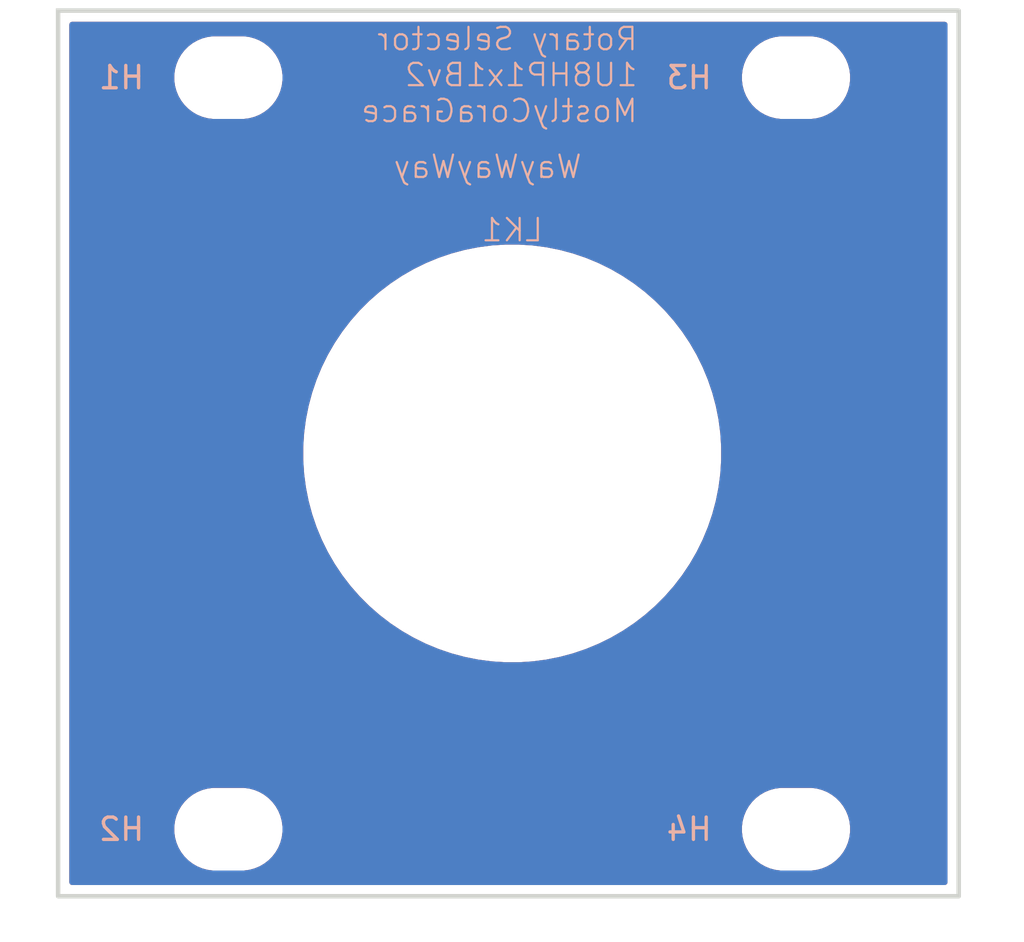
<source format=kicad_pcb>
(kicad_pcb (version 20241229) (generator "pcbnew") (generator_version "9.0")
  (layers (0 "F.Cu" signal) (2 "B.Cu" signal) (13 "F.Paste" user) (15 "B.Paste" user) (5 "F.SilkS" user "F.Silkscreen") (7 "B.SilkS" user "B.Silkscreen") (1 "F.Mask" user) (3 "B.Mask" user) (25 "Edge.Cuts" user))
  (net 0 "")
  (footprint "EXC:MountingHole_3.2mm_M3" (layer "F.Cu") (at 7.62 39.075)
    (property "Reference" "H2" (at -3.683 0 0) (layer "B.SilkS") (effects (justify left mirror)))
    (property "Value" "Eurorack_M3_MountingHole")
    (pad "" np_thru_hole oval (at 0 0) (size 4.34 3.2) (drill oval 4.34 3.2) (layers "*.Cu" "*.Mask"))
  )
  (footprint "EXC:MountingHole_3.2mm_M3" (layer "F.Cu") (at 7.62 5.425)
    (property "Reference" "H1" (at -3.683 0 0) (layer "B.SilkS") (effects (justify left mirror)))
    (property "Value" "Eurorack_M3_MountingHole")
    (pad "" np_thru_hole oval (at 0 0) (size 4.34 3.2) (drill oval 4.34 3.2) (layers "*.Cu" "*.Mask"))
  )
  (footprint "EXC:MountingHole_3.2mm_M3" (layer "F.Cu") (at 33.02 39.075)
    (property "Reference" "H4" (at -3.683 0 0) (layer "B.SilkS") (effects (justify left mirror)))
    (property "Value" "Eurorack_M3_MountingHole")
    (pad "" np_thru_hole oval (at 0 0) (size 4.34 3.2) (drill oval 4.34 3.2) (layers "*.Cu" "*.Mask"))
  )
  (footprint "EXC:Knob_Large_20mm" (layer "F.Cu") (at 20.32 22.25)
    (property "Reference" "LK1" (at 0 -10 0) (layer "B.SilkS") (effects (font (thickness 0.1)) (justify mirror)))
    (property "Value" "20mm Large Knob")
    (pad "" np_thru_hole circle (at 0 0) (size 18.2 18.2) (drill 18.2) (layers "*.Cu" "*.Mask"))
  )
  (footprint "EXC:MountingHole_3.2mm_M3" (layer "F.Cu") (at 33.02 5.425)
    (property "Reference" "H3" (at -3.683 0 0) (layer "B.SilkS") (effects (justify left mirror)))
    (property "Value" "Eurorack_M3_MountingHole")
    (pad "" np_thru_hole oval (at 0 0) (size 4.34 3.2) (drill oval 4.34 3.2) (layers "*.Cu" "*.Mask"))
  )
  (gr_rect (start 0 2.425) (end 40.3 42.075) (stroke (width 0.2)) (fill no) (layer "Edge.Cuts"))
  (gr_text "WayWayWay" (at 23.5 10 0) (layer "B.SilkS") (effects (font (size 1 1) (thickness 0.1)) (justify left bottom mirror)))
  (gr_text "Rotary Selector\n1U8HP1x1Bv2\nMostlyCoraGrace" (at 26 7.5 0) (layer "B.SilkS") (effects (font (size 1 1) (thickness 0.1)) (justify left bottom mirror)))
  (zone (net 0) (net_name "") (layers "F.Cu" "B.Cu") (connect_pads (clearance 0.5)) (min_thickness 0.25) (fill yes (thermal_gap 0.5) (thermal_bridge_width 0.5) (island_removal_mode 1) (island_area_min 10))
    (polygon (pts (xy 0 2.425) (xy 40.3 2.425) (xy 40.3 42.075) (xy 0 42.075)))
  )
)
</source>
